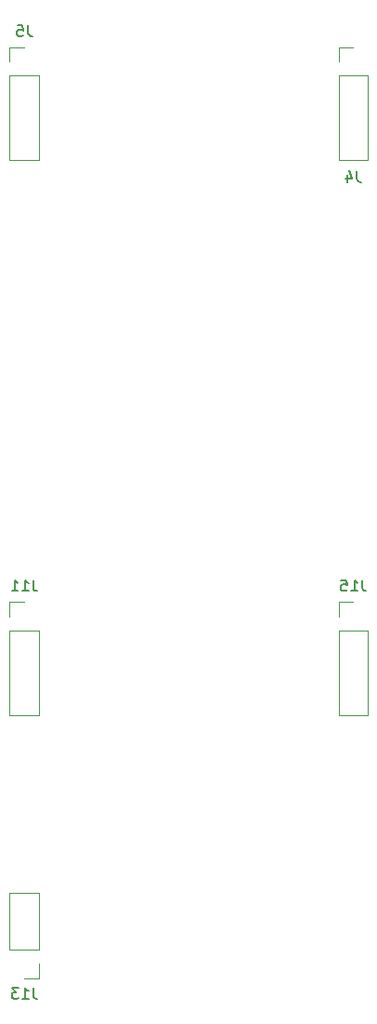
<source format=gbo>
G04 #@! TF.GenerationSoftware,KiCad,Pcbnew,(6.0.1)*
G04 #@! TF.CreationDate,2022-09-12T08:19:43+02:00*
G04 #@! TF.ProjectId,Drumbox,4472756d-626f-4782-9e6b-696361645f70,rev?*
G04 #@! TF.SameCoordinates,Original*
G04 #@! TF.FileFunction,Legend,Bot*
G04 #@! TF.FilePolarity,Positive*
%FSLAX46Y46*%
G04 Gerber Fmt 4.6, Leading zero omitted, Abs format (unit mm)*
G04 Created by KiCad (PCBNEW (6.0.1)) date 2022-09-12 08:19:43*
%MOMM*%
%LPD*%
G01*
G04 APERTURE LIST*
%ADD10C,0.150000*%
%ADD11C,0.120000*%
%ADD12C,4.000000*%
%ADD13C,1.800000*%
%ADD14C,1.500000*%
%ADD15C,1.524000*%
%ADD16C,1.600000*%
%ADD17O,1.600000X1.600000*%
%ADD18C,3.200000*%
%ADD19R,1.600000X1.600000*%
%ADD20R,1.830000X1.930000*%
%ADD21C,2.130000*%
%ADD22R,1.500000X1.050000*%
%ADD23O,1.500000X1.050000*%
%ADD24R,1.930000X1.830000*%
%ADD25R,1.700000X1.700000*%
%ADD26O,1.700000X1.700000*%
G04 APERTURE END LIST*
D10*
X134309523Y-97682380D02*
X134309523Y-98396666D01*
X134357142Y-98539523D01*
X134452380Y-98634761D01*
X134595238Y-98682380D01*
X134690476Y-98682380D01*
X133309523Y-98682380D02*
X133880952Y-98682380D01*
X133595238Y-98682380D02*
X133595238Y-97682380D01*
X133690476Y-97825238D01*
X133785714Y-97920476D01*
X133880952Y-97968095D01*
X132404761Y-97682380D02*
X132880952Y-97682380D01*
X132928571Y-98158571D01*
X132880952Y-98110952D01*
X132785714Y-98063333D01*
X132547619Y-98063333D01*
X132452380Y-98110952D01*
X132404761Y-98158571D01*
X132357142Y-98253809D01*
X132357142Y-98491904D01*
X132404761Y-98587142D01*
X132452380Y-98634761D01*
X132547619Y-98682380D01*
X132785714Y-98682380D01*
X132880952Y-98634761D01*
X132928571Y-98587142D01*
X104309523Y-97682380D02*
X104309523Y-98396666D01*
X104357142Y-98539523D01*
X104452380Y-98634761D01*
X104595238Y-98682380D01*
X104690476Y-98682380D01*
X103309523Y-98682380D02*
X103880952Y-98682380D01*
X103595238Y-98682380D02*
X103595238Y-97682380D01*
X103690476Y-97825238D01*
X103785714Y-97920476D01*
X103880952Y-97968095D01*
X102357142Y-98682380D02*
X102928571Y-98682380D01*
X102642857Y-98682380D02*
X102642857Y-97682380D01*
X102738095Y-97825238D01*
X102833333Y-97920476D01*
X102928571Y-97968095D01*
X133833333Y-60452380D02*
X133833333Y-61166666D01*
X133880952Y-61309523D01*
X133976190Y-61404761D01*
X134119047Y-61452380D01*
X134214285Y-61452380D01*
X132928571Y-60785714D02*
X132928571Y-61452380D01*
X133166666Y-60404761D02*
X133404761Y-61119047D01*
X132785714Y-61119047D01*
X103833333Y-47182380D02*
X103833333Y-47896666D01*
X103880952Y-48039523D01*
X103976190Y-48134761D01*
X104119047Y-48182380D01*
X104214285Y-48182380D01*
X102880952Y-47182380D02*
X103357142Y-47182380D01*
X103404761Y-47658571D01*
X103357142Y-47610952D01*
X103261904Y-47563333D01*
X103023809Y-47563333D01*
X102928571Y-47610952D01*
X102880952Y-47658571D01*
X102833333Y-47753809D01*
X102833333Y-47991904D01*
X102880952Y-48087142D01*
X102928571Y-48134761D01*
X103023809Y-48182380D01*
X103261904Y-48182380D01*
X103357142Y-48134761D01*
X103404761Y-48087142D01*
X104309523Y-134802380D02*
X104309523Y-135516666D01*
X104357142Y-135659523D01*
X104452380Y-135754761D01*
X104595238Y-135802380D01*
X104690476Y-135802380D01*
X103309523Y-135802380D02*
X103880952Y-135802380D01*
X103595238Y-135802380D02*
X103595238Y-134802380D01*
X103690476Y-134945238D01*
X103785714Y-135040476D01*
X103880952Y-135088095D01*
X102976190Y-134802380D02*
X102357142Y-134802380D01*
X102690476Y-135183333D01*
X102547619Y-135183333D01*
X102452380Y-135230952D01*
X102404761Y-135278571D01*
X102357142Y-135373809D01*
X102357142Y-135611904D01*
X102404761Y-135707142D01*
X102452380Y-135754761D01*
X102547619Y-135802380D01*
X102833333Y-135802380D01*
X102928571Y-135754761D01*
X102976190Y-135707142D01*
D11*
X132170000Y-102270000D02*
X132170000Y-109950000D01*
X134830000Y-102270000D02*
X132170000Y-102270000D01*
X134830000Y-102270000D02*
X134830000Y-109950000D01*
X133500000Y-99670000D02*
X132170000Y-99670000D01*
X132170000Y-99670000D02*
X132170000Y-101000000D01*
X134830000Y-109950000D02*
X132170000Y-109950000D01*
X102170000Y-99670000D02*
X102170000Y-101000000D01*
X104830000Y-109950000D02*
X102170000Y-109950000D01*
X104830000Y-102270000D02*
X102170000Y-102270000D01*
X102170000Y-102270000D02*
X102170000Y-109950000D01*
X103500000Y-99670000D02*
X102170000Y-99670000D01*
X104830000Y-102270000D02*
X104830000Y-109950000D01*
X134830000Y-59450000D02*
X132170000Y-59450000D01*
X134830000Y-51770000D02*
X132170000Y-51770000D01*
X132170000Y-49170000D02*
X132170000Y-50500000D01*
X132170000Y-51770000D02*
X132170000Y-59450000D01*
X134830000Y-51770000D02*
X134830000Y-59450000D01*
X133500000Y-49170000D02*
X132170000Y-49170000D01*
X104830000Y-51770000D02*
X104830000Y-59450000D01*
X104830000Y-59450000D02*
X102170000Y-59450000D01*
X103500000Y-49170000D02*
X102170000Y-49170000D01*
X102170000Y-51770000D02*
X102170000Y-59450000D01*
X102170000Y-49170000D02*
X102170000Y-50500000D01*
X104830000Y-51770000D02*
X102170000Y-51770000D01*
X104830000Y-131310000D02*
X104830000Y-126170000D01*
X104830000Y-133910000D02*
X104830000Y-132580000D01*
X102170000Y-131310000D02*
X102170000Y-126170000D01*
X102170000Y-126170000D02*
X104830000Y-126170000D01*
X103500000Y-133910000D02*
X104830000Y-133910000D01*
X102170000Y-131310000D02*
X104830000Y-131310000D01*
%LPC*%
D12*
X84100000Y-38550000D03*
X92900000Y-38550000D03*
D13*
X91000000Y-45550000D03*
X88500000Y-45550000D03*
X86000000Y-45550000D03*
D14*
X145960000Y-95000000D03*
D15*
X145960000Y-97540000D03*
X145960000Y-92460000D03*
X151040000Y-97540000D03*
X151040000Y-92460000D03*
X148500000Y-97700000D03*
X148500000Y-92300000D03*
D16*
X110000000Y-120080000D03*
D17*
X110000000Y-109920000D03*
D16*
X187580000Y-128000000D03*
D17*
X177420000Y-128000000D03*
D12*
X92900000Y-59050000D03*
X84100000Y-59050000D03*
D13*
X91000000Y-66050000D03*
X88500000Y-66050000D03*
X86000000Y-66050000D03*
D18*
X84500000Y-135000000D03*
D16*
X93500000Y-89500000D03*
D17*
X83340000Y-89500000D03*
D16*
X123500000Y-100500000D03*
D17*
X113340000Y-100500000D03*
D16*
X153500000Y-100500000D03*
D17*
X143340000Y-100500000D03*
D19*
X136500000Y-115500000D03*
D16*
X138500000Y-115500000D03*
D20*
X176020000Y-135000000D03*
D21*
X187420000Y-135000000D03*
X179120000Y-135000000D03*
D12*
X144100000Y-113050000D03*
X152900000Y-113050000D03*
D13*
X151000000Y-120050000D03*
X148500000Y-120050000D03*
X146000000Y-120050000D03*
D22*
X141640000Y-93730000D03*
D23*
X141640000Y-95000000D03*
X141640000Y-96270000D03*
D12*
X144100000Y-38550000D03*
X152900000Y-38550000D03*
D13*
X151000000Y-45550000D03*
X148500000Y-45550000D03*
X146000000Y-45550000D03*
D22*
X81640000Y-93730000D03*
D23*
X81640000Y-95000000D03*
X81640000Y-96270000D03*
D12*
X152900000Y-59050000D03*
X144100000Y-59050000D03*
D13*
X151000000Y-66050000D03*
X148500000Y-66050000D03*
X146000000Y-66050000D03*
D12*
X122900000Y-38550000D03*
X114100000Y-38550000D03*
D13*
X121000000Y-45550000D03*
X118500000Y-45550000D03*
X116000000Y-45550000D03*
D24*
X118500000Y-73100000D03*
D21*
X118500000Y-84500000D03*
X118500000Y-76200000D03*
D19*
X129700000Y-121875000D03*
D17*
X129700000Y-124415000D03*
X129700000Y-126955000D03*
X129700000Y-129495000D03*
X129700000Y-132035000D03*
X129700000Y-134575000D03*
X129700000Y-137115000D03*
X137320000Y-137115000D03*
X137320000Y-134575000D03*
X137320000Y-132035000D03*
X137320000Y-129495000D03*
X137320000Y-126955000D03*
X137320000Y-124415000D03*
X137320000Y-121875000D03*
D16*
X123500000Y-89500000D03*
D17*
X113340000Y-89500000D03*
D19*
X128544887Y-115500000D03*
D16*
X130544887Y-115500000D03*
X81500000Y-73000000D03*
X81500000Y-78000000D03*
D14*
X178500000Y-92460000D03*
D15*
X175960000Y-92460000D03*
X181040000Y-92460000D03*
X175960000Y-97540000D03*
X181040000Y-97540000D03*
X175800000Y-95000000D03*
X181200000Y-95000000D03*
D16*
X185500000Y-73000000D03*
X185500000Y-78000000D03*
X111500000Y-73000000D03*
X111500000Y-78000000D03*
D14*
X115960000Y-95000000D03*
D15*
X115960000Y-97540000D03*
X115960000Y-92460000D03*
X121040000Y-97540000D03*
X121040000Y-92460000D03*
X118500000Y-97700000D03*
X118500000Y-92300000D03*
D12*
X182900000Y-59050000D03*
X174100000Y-59050000D03*
D13*
X181000000Y-66050000D03*
X178500000Y-66050000D03*
X176000000Y-66050000D03*
D16*
X93500000Y-100500000D03*
D17*
X83340000Y-100500000D03*
D16*
X188000000Y-120000000D03*
D17*
X188000000Y-109840000D03*
D24*
X148500000Y-73100000D03*
D21*
X148500000Y-84500000D03*
X148500000Y-76200000D03*
D12*
X122900000Y-113050000D03*
X114100000Y-113050000D03*
D13*
X121000000Y-120050000D03*
X118500000Y-120050000D03*
X116000000Y-120050000D03*
D24*
X178500000Y-73100000D03*
D21*
X178500000Y-84500000D03*
X178500000Y-76200000D03*
D16*
X135000000Y-96080000D03*
D17*
X135000000Y-85920000D03*
D14*
X88500000Y-97540000D03*
D15*
X91040000Y-97540000D03*
X85960000Y-97540000D03*
X91040000Y-92460000D03*
X85960000Y-92460000D03*
X91200000Y-95000000D03*
X85800000Y-95000000D03*
D22*
X111640000Y-93730000D03*
D23*
X111640000Y-95000000D03*
X111640000Y-96270000D03*
D16*
X131500000Y-85920000D03*
D17*
X131500000Y-96080000D03*
D12*
X122900000Y-59050000D03*
X114100000Y-59050000D03*
D13*
X121000000Y-66050000D03*
X118500000Y-66050000D03*
X116000000Y-66050000D03*
D16*
X183500000Y-100500000D03*
D17*
X173340000Y-100500000D03*
D16*
X155420000Y-73000000D03*
X155420000Y-78000000D03*
X183500000Y-89500000D03*
D17*
X173340000Y-89500000D03*
D16*
X157000000Y-120080000D03*
D17*
X157000000Y-109920000D03*
D22*
X171500000Y-94000000D03*
D23*
X171500000Y-95270000D03*
X171500000Y-96540000D03*
D12*
X182900000Y-38550000D03*
X174100000Y-38550000D03*
D13*
X181000000Y-45550000D03*
X178500000Y-45550000D03*
X176000000Y-45550000D03*
D12*
X92900000Y-113050000D03*
X84100000Y-113050000D03*
D13*
X91000000Y-120050000D03*
X88500000Y-120050000D03*
X86000000Y-120050000D03*
D12*
X174100000Y-113050000D03*
X182900000Y-113050000D03*
D13*
X181000000Y-120050000D03*
X178500000Y-120050000D03*
X176000000Y-120050000D03*
D18*
X133500000Y-44500000D03*
D16*
X153580000Y-89500000D03*
D17*
X143420000Y-89500000D03*
D24*
X88500000Y-73100000D03*
D21*
X88500000Y-84500000D03*
X88500000Y-76200000D03*
D16*
X97000000Y-120080000D03*
D17*
X97000000Y-109920000D03*
D25*
X133500000Y-101000000D03*
D26*
X133500000Y-103540000D03*
X133500000Y-106080000D03*
X133500000Y-108620000D03*
D25*
X103500000Y-101000000D03*
D26*
X103500000Y-103540000D03*
X103500000Y-106080000D03*
X103500000Y-108620000D03*
D25*
X133500000Y-50500000D03*
D26*
X133500000Y-53040000D03*
X133500000Y-55580000D03*
X133500000Y-58120000D03*
D25*
X103500000Y-50500000D03*
D26*
X103500000Y-53040000D03*
X103500000Y-55580000D03*
X103500000Y-58120000D03*
D25*
X103500000Y-132580000D03*
D26*
X103500000Y-130040000D03*
X103500000Y-127500000D03*
M02*

</source>
